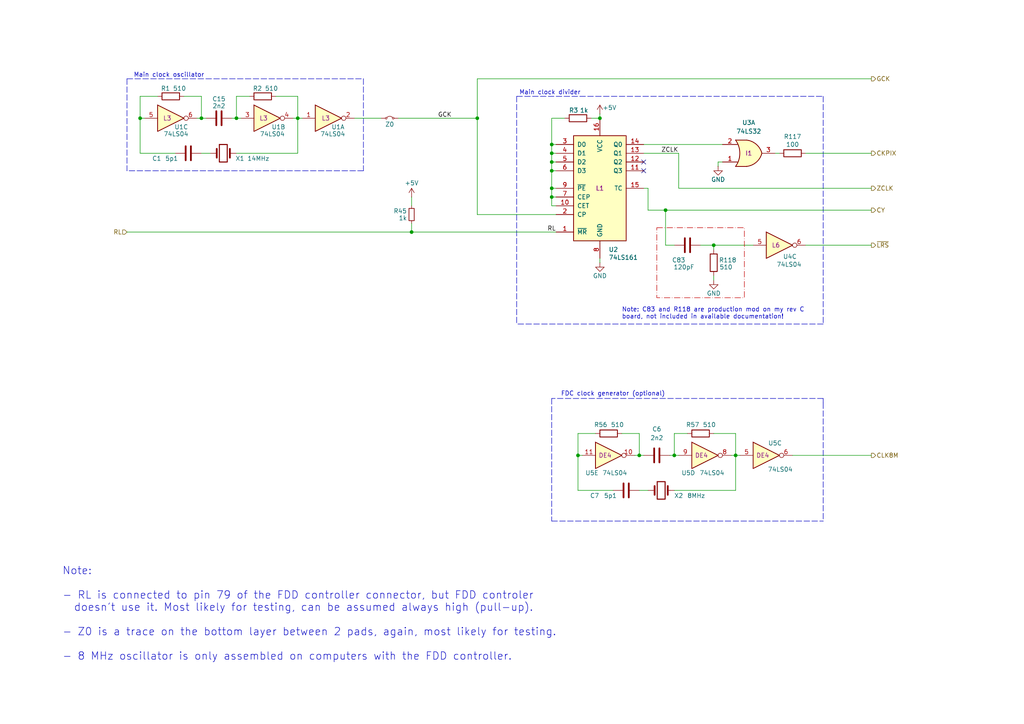
<source format=kicad_sch>
(kicad_sch (version 20250114) (generator "eeschema") (generator_version "9.0")
  (paper "A4")
  (title_block (title "Elwro 800 Junior Rev C - clock generators") (company "Przemysław Węgrzyn <pwegrzyn@codepainters.com>"))
  (lib_symbols
    (symbol "74xx:74LS04"
      (property "Reference" "U" (at 0 1.27 0))
      (property "Value" "74LS04" (at 0 -1.27 0))
      (symbol "74LS04_1_0"
        (polyline (pts (xy -3.81 3.81) (xy -3.81 -3.81) (xy 3.81 0) (xy -3.81 3.81)) (stroke (width 0.254)) (fill (type background)))
        (pin input line (at -7.62 0 0) (length 3.81) (name "~") (number "1"))
        (pin output inverted (at 7.62 0 180) (length 3.81) (name "~") (number "2"))
      )
      (symbol "74LS04_2_0"
        (polyline (pts (xy -3.81 3.81) (xy -3.81 -3.81) (xy 3.81 0) (xy -3.81 3.81)) (stroke (width 0.254)) (fill (type background)))
        (pin input line (at -7.62 0 0) (length 3.81) (name "~") (number "3"))
        (pin output inverted (at 7.62 0 180) (length 3.81) (name "~") (number "4"))
      )
      (symbol "74LS04_3_0"
        (polyline (pts (xy -3.81 3.81) (xy -3.81 -3.81) (xy 3.81 0) (xy -3.81 3.81)) (stroke (width 0.254)) (fill (type background)))
        (pin input line (at -7.62 0 0) (length 3.81) (name "~") (number "5"))
        (pin output inverted (at 7.62 0 180) (length 3.81) (name "~") (number "6"))
      )
      (symbol "74LS04_4_0"
        (polyline (pts (xy -3.81 3.81) (xy -3.81 -3.81) (xy 3.81 0) (xy -3.81 3.81)) (stroke (width 0.254)) (fill (type background)))
        (pin input line (at -7.62 0 0) (length 3.81) (name "~") (number "9"))
        (pin output inverted (at 7.62 0 180) (length 3.81) (name "~") (number "8"))
      )
      (symbol "74LS04_5_0"
        (polyline (pts (xy -3.81 3.81) (xy -3.81 -3.81) (xy 3.81 0) (xy -3.81 3.81)) (stroke (width 0.254)) (fill (type background)))
        (pin input line (at -7.62 0 0) (length 3.81) (name "~") (number "11"))
        (pin output inverted (at 7.62 0 180) (length 3.81) (name "~") (number "10"))
      )
      (symbol "74LS04_6_0"
        (polyline (pts (xy -3.81 3.81) (xy -3.81 -3.81) (xy 3.81 0) (xy -3.81 3.81)) (stroke (width 0.254)) (fill (type background)))
        (pin input line (at -7.62 0 0) (length 3.81) (name "~") (number "13"))
        (pin output inverted (at 7.62 0 180) (length 3.81) (name "~") (number "12"))
      )
      (symbol "74LS04_7_0"
        (pin power_in line (at 0 12.7 270) (length 5.08) (name "VCC") (number "14"))
        (pin power_in line (at 0 -12.7 90) (length 5.08) (name "GND") (number "7"))
      )
      (symbol "74LS04_7_1"
        (rectangle (start -5.08 7.62) (end 5.08 -7.62) (stroke (width 0.254)) (fill (type background)))
      )
    )
    (symbol "74xx:74LS161" (pin_names (offset 1.016))
      (property "Reference" "U" (at -7.62 16.51 0))
      (property "Value" "74LS161" (at -7.62 -16.51 0))
      (symbol "74LS161_1_0"
        (pin input line (at -12.7 12.7 0) (length 5.08) (name "D0") (number "3"))
        (pin input line (at -12.7 10.16 0) (length 5.08) (name "D1") (number "4"))
        (pin input line (at -12.7 7.62 0) (length 5.08) (name "D2") (number "5"))
        (pin input line (at -12.7 5.08 0) (length 5.08) (name "D3") (number "6"))
        (pin input line (at -12.7 0 0) (length 5.08) (name "~{PE}") (number "9"))
        (pin input line (at -12.7 -2.54 0) (length 5.08) (name "CEP") (number "7"))
        (pin input line (at -12.7 -5.08 0) (length 5.08) (name "CET") (number "10"))
        (pin input line (at -12.7 -7.62 0) (length 5.08) (name "CP") (number "2"))
        (pin input line (at -12.7 -12.7 0) (length 5.08) (name "~{MR}") (number "1"))
        (pin power_in line (at 0 20.32 270) (length 5.08) (name "VCC") (number "16"))
        (pin power_in line (at 0 -20.32 90) (length 5.08) (name "GND") (number "8"))
        (pin output line (at 12.7 12.7 180) (length 5.08) (name "Q0") (number "14"))
        (pin output line (at 12.7 10.16 180) (length 5.08) (name "Q1") (number "13"))
        (pin output line (at 12.7 7.62 180) (length 5.08) (name "Q2") (number "12"))
        (pin output line (at 12.7 5.08 180) (length 5.08) (name "Q3") (number "11"))
        (pin output line (at 12.7 0 180) (length 5.08) (name "TC") (number "15"))
      )
      (symbol "74LS161_1_1"
        (rectangle (start -7.62 15.24) (end 7.62 -15.24) (stroke (width 0.254)) (fill (type background)))
      )
    )
    (symbol "74xx:74LS32" (pin_names (offset 1.016))
      (property "Reference" "U" (at 0 1.27 0))
      (property "Value" "74LS32" (at 0 -1.27 0))
      (symbol "74LS32_1_1"
        (arc (start -3.81 3.81) (mid -2.589 0) (end -3.81 -3.81) (stroke (width 0.254)))
        (polyline (pts (xy -3.81 3.81) (xy -0.635 3.81)) (stroke (width 0.254)) (fill (type background)))
        (polyline (pts (xy -3.81 -3.81) (xy -0.635 -3.81)) (stroke (width 0.254)) (fill (type background)))
        (arc (start 3.81 0) (mid 2.1855 -2.584) (end -0.6096 -3.81) (stroke (width 0.254)) (fill (type background)))
        (arc (start -0.6096 3.81) (mid 2.1928 2.5924) (end 3.81 0) (stroke (width 0.254)) (fill (type background)))
        (polyline (pts (xy -0.635 3.81) (xy -3.81 3.81) (xy -3.81 3.81) (xy -3.556 3.4036) (xy -3.0226 2.2606) (xy -2.6924 1.0414) (xy -2.6162 -0.254) (xy -2.7686 -1.4986) (xy -3.175 -2.7178) (xy -3.81 -3.81) (xy -3.81 -3.81) (xy -0.635 -3.81)) (stroke (width -25.4)) (fill (type background)))
        (pin input line (at -7.62 2.54 0) (length 4.318) (name "~") (number "1"))
        (pin input line (at -7.62 -2.54 0) (length 4.318) (name "~") (number "2"))
        (pin output line (at 7.62 0 180) (length 3.81) (name "~") (number "3"))
      )
      (symbol "74LS32_1_2"
        (arc (start 0 3.81) (mid 3.7934 0) (end 0 -3.81) (stroke (width 0.254)) (fill (type background)))
        (polyline (pts (xy 0 3.81) (xy -3.81 3.81) (xy -3.81 -3.81) (xy 0 -3.81)) (stroke (width 0.254)) (fill (type background)))
        (pin input inverted (at -7.62 2.54 0) (length 3.81) (name "~") (number "1"))
        (pin input inverted (at -7.62 -2.54 0) (length 3.81) (name "~") (number "2"))
        (pin output inverted (at 7.62 0 180) (length 3.81) (name "~") (number "3"))
      )
      (symbol "74LS32_2_1"
        (arc (start -3.81 3.81) (mid -2.589 0) (end -3.81 -3.81) (stroke (width 0.254)))
        (polyline (pts (xy -3.81 3.81) (xy -0.635 3.81)) (stroke (width 0.254)) (fill (type background)))
        (polyline (pts (xy -3.81 -3.81) (xy -0.635 -3.81)) (stroke (width 0.254)) (fill (type background)))
        (arc (start 3.81 0) (mid 2.1855 -2.584) (end -0.6096 -3.81) (stroke (width 0.254)) (fill (type background)))
        (arc (start -0.6096 3.81) (mid 2.1928 2.5924) (end 3.81 0) (stroke (width 0.254)) (fill (type background)))
        (polyline (pts (xy -0.635 3.81) (xy -3.81 3.81) (xy -3.81 3.81) (xy -3.556 3.4036) (xy -3.0226 2.2606) (xy -2.6924 1.0414) (xy -2.6162 -0.254) (xy -2.7686 -1.4986) (xy -3.175 -2.7178) (xy -3.81 -3.81) (xy -3.81 -3.81) (xy -0.635 -3.81)) (stroke (width -25.4)) (fill (type background)))
        (pin input line (at -7.62 2.54 0) (length 4.318) (name "~") (number "4"))
        (pin input line (at -7.62 -2.54 0) (length 4.318) (name "~") (number "5"))
        (pin output line (at 7.62 0 180) (length 3.81) (name "~") (number "6"))
      )
      (symbol "74LS32_2_2"
        (arc (start 0 3.81) (mid 3.7934 0) (end 0 -3.81) (stroke (width 0.254)) (fill (type background)))
        (polyline (pts (xy 0 3.81) (xy -3.81 3.81) (xy -3.81 -3.81) (xy 0 -3.81)) (stroke (width 0.254)) (fill (type background)))
        (pin input inverted (at -7.62 2.54 0) (length 3.81) (name "~") (number "4"))
        (pin input inverted (at -7.62 -2.54 0) (length 3.81) (name "~") (number "5"))
        (pin output inverted (at 7.62 0 180) (length 3.81) (name "~") (number "6"))
      )
      (symbol "74LS32_3_1"
        (arc (start -3.81 3.81) (mid -2.589 0) (end -3.81 -3.81) (stroke (width 0.254)))
        (polyline (pts (xy -3.81 3.81) (xy -0.635 3.81)) (stroke (width 0.254)) (fill (type background)))
        (polyline (pts (xy -3.81 -3.81) (xy -0.635 -3.81)) (stroke (width 0.254)) (fill (type background)))
        (arc (start 3.81 0) (mid 2.1855 -2.584) (end -0.6096 -3.81) (stroke (width 0.254)) (fill (type background)))
        (arc (start -0.6096 3.81) (mid 2.1928 2.5924) (end 3.81 0) (stroke (width 0.254)) (fill (type background)))
        (polyline (pts (xy -0.635 3.81) (xy -3.81 3.81) (xy -3.81 3.81) (xy -3.556 3.4036) (xy -3.0226 2.2606) (xy -2.6924 1.0414) (xy -2.6162 -0.254) (xy -2.7686 -1.4986) (xy -3.175 -2.7178) (xy -3.81 -3.81) (xy -3.81 -3.81) (xy -0.635 -3.81)) (stroke (width -25.4)) (fill (type background)))
        (pin input line (at -7.62 2.54 0) (length 4.318) (name "~") (number "9"))
        (pin input line (at -7.62 -2.54 0) (length 4.318) (name "~") (number "10"))
        (pin output line (at 7.62 0 180) (length 3.81) (name "~") (number "8"))
      )
      (symbol "74LS32_3_2"
        (arc (start 0 3.81) (mid 3.7934 0) (end 0 -3.81) (stroke (width 0.254)) (fill (type background)))
        (polyline (pts (xy 0 3.81) (xy -3.81 3.81) (xy -3.81 -3.81) (xy 0 -3.81)) (stroke (width 0.254)) (fill (type background)))
        (pin input inverted (at -7.62 2.54 0) (length 3.81) (name "~") (number "9"))
        (pin input inverted (at -7.62 -2.54 0) (length 3.81) (name "~") (number "10"))
        (pin output inverted (at 7.62 0 180) (length 3.81) (name "~") (number "8"))
      )
      (symbol "74LS32_4_1"
        (arc (start -3.81 3.81) (mid -2.589 0) (end -3.81 -3.81) (stroke (width 0.254)))
        (polyline (pts (xy -3.81 3.81) (xy -0.635 3.81)) (stroke (width 0.254)) (fill (type background)))
        (polyline (pts (xy -3.81 -3.81) (xy -0.635 -3.81)) (stroke (width 0.254)) (fill (type background)))
        (arc (start 3.81 0) (mid 2.1855 -2.584) (end -0.6096 -3.81) (stroke (width 0.254)) (fill (type background)))
        (arc (start -0.6096 3.81) (mid 2.1928 2.5924) (end 3.81 0) (stroke (width 0.254)) (fill (type background)))
        (polyline (pts (xy -0.635 3.81) (xy -3.81 3.81) (xy -3.81 3.81) (xy -3.556 3.4036) (xy -3.0226 2.2606) (xy -2.6924 1.0414) (xy -2.6162 -0.254) (xy -2.7686 -1.4986) (xy -3.175 -2.7178) (xy -3.81 -3.81) (xy -3.81 -3.81) (xy -0.635 -3.81)) (stroke (width -25.4)) (fill (type background)))
        (pin input line (at -7.62 2.54 0) (length 4.318) (name "~") (number "12"))
        (pin input line (at -7.62 -2.54 0) (length 4.318) (name "~") (number "13"))
        (pin output line (at 7.62 0 180) (length 3.81) (name "~") (number "11"))
      )
      (symbol "74LS32_4_2"
        (arc (start 0 3.81) (mid 3.7934 0) (end 0 -3.81) (stroke (width 0.254)) (fill (type background)))
        (polyline (pts (xy 0 3.81) (xy -3.81 3.81) (xy -3.81 -3.81) (xy 0 -3.81)) (stroke (width 0.254)) (fill (type background)))
        (pin input inverted (at -7.62 2.54 0) (length 3.81) (name "~") (number "12"))
        (pin input inverted (at -7.62 -2.54 0) (length 3.81) (name "~") (number "13"))
        (pin output inverted (at 7.62 0 180) (length 3.81) (name "~") (number "11"))
      )
      (symbol "74LS32_5_0"
        (pin power_in line (at 0 12.7 270) (length 5.08) (name "VCC") (number "14"))
        (pin power_in line (at 0 -12.7 90) (length 5.08) (name "GND") (number "7"))
      )
      (symbol "74LS32_5_1"
        (rectangle (start -5.08 7.62) (end 5.08 -7.62) (stroke (width 0.254)) (fill (type background)))
      )
    )
    (symbol "Device:C" (pin_numbers (hide yes)) (pin_names (offset 0.254))
      (property "Reference" "C" (at 0.635 2.54 0))
      (property "Value" "C" (at 0.635 -2.54 0))
      (symbol "C_0_1"
        (polyline (pts (xy -2.032 0.762) (xy 2.032 0.762)) (stroke (width 0.508)))
        (polyline (pts (xy -2.032 -0.762) (xy 2.032 -0.762)) (stroke (width 0.508)))
      )
      (symbol "C_1_1"
        (pin passive line (at 0 3.81 270) (length 2.794) (name "~") (number "1"))
        (pin passive line (at 0 -3.81 90) (length 2.794) (name "~") (number "2"))
      )
    )
    (symbol "Device:Crystal" (pin_numbers (hide yes)) (pin_names (offset 1.016) (hide yes))
      (property "Reference" "Y" (at 0 3.81 0))
      (property "Value" "Crystal" (at 0 -3.81 0))
      (symbol "Crystal_0_1"
        (polyline (pts (xy -2.54 0) (xy -1.905 0)))
        (polyline (pts (xy -1.905 -1.27) (xy -1.905 1.27)) (stroke (width 0.508)))
        (rectangle (start -1.143 2.54) (end 1.143 -2.54) (stroke (width 0.3048)))
        (polyline (pts (xy 1.905 -1.27) (xy 1.905 1.27)) (stroke (width 0.508)))
        (polyline (pts (xy 2.54 0) (xy 1.905 0)))
      )
      (symbol "Crystal_1_1"
        (pin passive line (at -3.81 0 0) (length 1.27) (name "1") (number "1"))
        (pin passive line (at 3.81 0 180) (length 1.27) (name "2") (number "2"))
      )
    )
    (symbol "Device:R" (pin_numbers (hide yes)) (pin_names (offset 0))
      (property "Reference" "R" (at 2.032 0 90))
      (property "Value" "R" (at 0 0 90))
      (symbol "R_0_1"
        (rectangle (start -1.016 -2.54) (end 1.016 2.54) (stroke (width 0.254)))
      )
      (symbol "R_1_1"
        (pin passive line (at 0 3.81 270) (length 1.27) (name "~") (number "1"))
        (pin passive line (at 0 -3.81 90) (length 1.27) (name "~") (number "2"))
      )
    )
    (symbol "Device:R_Small" (pin_numbers (hide yes)) (pin_names (offset 0.254) (hide yes))
      (property "Reference" "R" (at 0.762 0.508 0))
      (property "Value" "R_Small" (at 0.762 -1.016 0))
      (symbol "R_Small_0_1"
        (rectangle (start -0.762 1.778) (end 0.762 -1.778) (stroke (width 0.2032)))
      )
      (symbol "R_Small_1_1"
        (pin passive line (at 0 2.54 270) (length 0.762) (name "~") (number "1"))
        (pin passive line (at 0 -2.54 90) (length 0.762) (name "~") (number "2"))
      )
    )
    (symbol "Jumper:Jumper_2_Small_Bridged" (pin_numbers (hide yes)) (pin_names (offset 0) (hide yes)) (exclude_from_sim yes)
      (property "Reference" "JP" (at 0 2.032 0))
      (property "Value" "Jumper_2_Small_Bridged" (at 0 -2.286 0))
      (symbol "Jumper_2_Small_Bridged_0_0"
        (circle (center -1.016 0) (radius 0.254))
        (circle (center 1.016 0) (radius 0.254))
      )
      (symbol "Jumper_2_Small_Bridged_0_1"
        (arc (start -0.762 0.254) (mid 0 0.5696) (end 0.762 0.254))
      )
      (symbol "Jumper_2_Small_Bridged_1_1"
        (pin passive line (at -2.54 0 0) (length 1.27) (name "A") (number "1"))
        (pin passive line (at 2.54 0 180) (length 1.27) (name "B") (number "2"))
      )
    )
    (symbol "power:+5V" (power) (pin_numbers (hide yes)) (pin_names (offset 0) (hide yes))
      (property "Value" "+5V" (at 0 3.556 0))
      (symbol "+5V_0_1"
        (polyline (pts (xy -0.762 1.27) (xy 0 2.54)))
        (polyline (pts (xy 0 2.54) (xy 0.762 1.27)))
        (polyline (pts (xy 0 0) (xy 0 2.54)))
      )
      (symbol "+5V_1_1"
        (pin power_in line (at 0 0 90) (length 0) (name "~") (number "1"))
      )
    )
    (symbol "power:GND" (power) (pin_numbers (hide yes)) (pin_names (offset 0) (hide yes))
      (property "Value" "GND" (at 0 -3.81 0))
      (symbol "GND_0_1"
        (polyline (pts (xy 0 0) (xy 0 -1.27) (xy 1.27 -1.27) (xy 0 -2.54) (xy -1.27 -1.27) (xy 0 -1.27)))
      )
      (symbol "GND_1_1"
        (pin power_in line (at 0 0 270) (length 0) (name "~") (number "1"))
      )
    )
  )
  (rectangle (start 190.5 66.04) (end 215.9 86.36) (stroke (width 0) (type dash_dot) (color 194 0 0 1)))
  (text "FDC clock generator (optional)" (at 177.8 114.3 0) (effects (font (size 1.27 1.27))))
  (text "Main clock oscillator" (at 49.022 21.844 0) (effects (font (size 1.27 1.27))))
  (text "Note: C83 and R118 are production mod on my rev C \nboard, not included in available documentation!" (at 180.34 90.932 0) (effects (font (size 1.27 1.27)) (justify left)))
  (text "Note:\n\n- RL is connected to pin 79 of the FDD controller connector, but FDD controler\n  doesn't use it. Most likely for testing, can be assumed always high (pull-up).\n\n- Z0 is a trace on the bottom layer between 2 pads, again, most likely for testing.\n\n- 8 MHz oscillator is only assembled on computers with the FDD controller.\n  \n  " (at 18.034 181.61 0) (effects (font (size 2.2 2.2)) (justify left)))
  (text "Main clock divider" (at 159.512 26.924 0) (effects (font (size 1.27 1.27))))
  (junction (at 160.02 54.61))
  (junction (at 160.02 57.15))
  (junction (at 160.02 44.45))
  (junction (at 58.42 34.29))
  (junction (at 195.58 132.08))
  (junction (at 160.02 41.91))
  (junction (at 207.01 71.12))
  (junction (at 167.64 132.08))
  (junction (at 173.99 34.29))
  (junction (at 185.42 132.08))
  (junction (at 40.64 34.29))
  (junction (at 86.36 34.29))
  (junction (at 160.02 46.99))
  (junction (at 119.38 67.31))
  (junction (at 193.04 60.96))
  (junction (at 213.36 132.08))
  (junction (at 160.02 49.53))
  (junction (at 138.43 34.29))
  (junction (at 68.58 34.29))
  (no_connect (at 186.69 49.53))
  (no_connect (at 186.69 46.99))
  (wire (pts (xy 195.58 125.73) (xy 199.39 125.73)))
  (wire (pts (xy 208.28 46.99) (xy 209.55 46.99)))
  (wire (pts (xy 193.04 71.12) (xy 193.04 60.96)))
  (polyline (pts (xy 160.02 115.57) (xy 160.02 151.13)) (stroke (width 0) (type dash)))
  (wire (pts (xy 160.02 54.61) (xy 160.02 49.53)))
  (polyline (pts (xy 36.83 22.86) (xy 105.41 22.86)) (stroke (width 0) (type dash)))
  (wire (pts (xy 187.96 60.96) (xy 187.96 54.61)))
  (wire (pts (xy 160.02 57.15) (xy 160.02 54.61)))
  (wire (pts (xy 233.68 44.45) (xy 252.73 44.45)))
  (polyline (pts (xy 105.41 22.86) (xy 105.41 49.53)) (stroke (width 0) (type dash)))
  (wire (pts (xy 195.58 132.08) (xy 196.85 132.08)))
  (wire (pts (xy 138.43 22.86) (xy 138.43 34.29)))
  (polyline (pts (xy 238.76 93.98) (xy 149.86 93.98)) (stroke (width 0) (type dash)))
  (wire (pts (xy 115.57 34.29) (xy 138.43 34.29)))
  (wire (pts (xy 119.38 67.31) (xy 36.83 67.31)))
  (wire (pts (xy 40.64 27.94) (xy 45.72 27.94)))
  (wire (pts (xy 86.36 34.29) (xy 87.63 34.29)))
  (wire (pts (xy 68.58 34.29) (xy 69.85 34.29)))
  (polyline (pts (xy 238.76 27.94) (xy 238.76 93.98)) (stroke (width 0) (type dash)))
  (wire (pts (xy 213.36 125.73) (xy 213.36 132.08)))
  (wire (pts (xy 58.42 27.94) (xy 58.42 34.29)))
  (wire (pts (xy 58.42 44.45) (xy 60.96 44.45)))
  (wire (pts (xy 186.69 41.91) (xy 209.55 41.91)))
  (wire (pts (xy 86.36 27.94) (xy 86.36 34.29)))
  (wire (pts (xy 187.96 54.61) (xy 186.69 54.61)))
  (wire (pts (xy 173.99 74.93) (xy 173.99 76.2)))
  (wire (pts (xy 193.04 60.96) (xy 252.73 60.96)))
  (wire (pts (xy 160.02 34.29) (xy 160.02 41.91)))
  (wire (pts (xy 68.58 44.45) (xy 86.36 44.45)))
  (polyline (pts (xy 149.86 27.94) (xy 238.76 27.94)) (stroke (width 0) (type dash)))
  (polyline (pts (xy 238.76 115.57) (xy 160.02 115.57)) (stroke (width 0) (type dash)))
  (wire (pts (xy 86.36 44.45) (xy 86.36 34.29)))
  (wire (pts (xy 167.64 142.24) (xy 167.64 132.08)))
  (wire (pts (xy 185.42 132.08) (xy 184.15 132.08)))
  (polyline (pts (xy 238.76 116.84) (xy 238.76 115.57)))
  (wire (pts (xy 67.31 34.29) (xy 68.58 34.29)))
  (wire (pts (xy 196.85 44.45) (xy 186.69 44.45)))
  (wire (pts (xy 167.64 125.73) (xy 172.72 125.73)))
  (polyline (pts (xy 36.83 22.86) (xy 36.83 49.53)) (stroke (width 0) (type dash)))
  (wire (pts (xy 208.28 48.26) (xy 208.28 46.99)))
  (wire (pts (xy 185.42 132.08) (xy 186.69 132.08)))
  (wire (pts (xy 163.83 34.29) (xy 160.02 34.29)))
  (wire (pts (xy 177.8 142.24) (xy 167.64 142.24)))
  (wire (pts (xy 194.31 132.08) (xy 195.58 132.08)))
  (wire (pts (xy 207.01 125.73) (xy 213.36 125.73)))
  (wire (pts (xy 160.02 57.15) (xy 161.29 57.15)))
  (wire (pts (xy 213.36 132.08) (xy 214.63 132.08)))
  (wire (pts (xy 138.43 62.23) (xy 161.29 62.23)))
  (wire (pts (xy 160.02 46.99) (xy 161.29 46.99)))
  (polyline (pts (xy 160.02 151.13) (xy 238.76 151.13)) (stroke (width 0) (type dash)))
  (wire (pts (xy 138.43 22.86) (xy 252.73 22.86)))
  (wire (pts (xy 196.85 54.61) (xy 196.85 44.45)))
  (wire (pts (xy 119.38 67.31) (xy 161.29 67.31)))
  (wire (pts (xy 195.58 71.12) (xy 193.04 71.12)))
  (wire (pts (xy 196.85 54.61) (xy 252.73 54.61)))
  (wire (pts (xy 167.64 132.08) (xy 167.64 125.73)))
  (wire (pts (xy 224.79 44.45) (xy 226.06 44.45)))
  (wire (pts (xy 195.58 142.24) (xy 213.36 142.24)))
  (wire (pts (xy 171.45 34.29) (xy 173.99 34.29)))
  (wire (pts (xy 207.01 71.12) (xy 218.44 71.12)))
  (polyline (pts (xy 149.86 27.94) (xy 149.86 93.98)) (stroke (width 0) (type dash)))
  (polyline (pts (xy 105.41 49.53) (xy 36.83 49.53)) (stroke (width 0) (type dash)))
  (wire (pts (xy 40.64 34.29) (xy 41.91 34.29)))
  (wire (pts (xy 173.99 33.02) (xy 173.99 34.29)))
  (wire (pts (xy 160.02 59.69) (xy 160.02 57.15)))
  (wire (pts (xy 58.42 34.29) (xy 57.15 34.29)))
  (wire (pts (xy 119.38 67.31) (xy 119.38 64.77)))
  (polyline (pts (xy 238.76 116.84) (xy 238.76 151.13)) (stroke (width 0) (type dash)))
  (wire (pts (xy 86.36 34.29) (xy 85.09 34.29)))
  (wire (pts (xy 160.02 44.45) (xy 161.29 44.45)))
  (wire (pts (xy 229.87 132.08) (xy 252.73 132.08)))
  (wire (pts (xy 195.58 132.08) (xy 195.58 125.73)))
  (wire (pts (xy 185.42 125.73) (xy 185.42 132.08)))
  (wire (pts (xy 167.64 132.08) (xy 168.91 132.08)))
  (wire (pts (xy 187.96 60.96) (xy 193.04 60.96)))
  (wire (pts (xy 53.34 27.94) (xy 58.42 27.94)))
  (wire (pts (xy 180.34 125.73) (xy 185.42 125.73)))
  (wire (pts (xy 185.42 142.24) (xy 187.96 142.24)))
  (wire (pts (xy 40.64 44.45) (xy 40.64 34.29)))
  (wire (pts (xy 68.58 27.94) (xy 72.39 27.94)))
  (wire (pts (xy 160.02 41.91) (xy 160.02 44.45)))
  (wire (pts (xy 80.01 27.94) (xy 86.36 27.94)))
  (wire (pts (xy 161.29 59.69) (xy 160.02 59.69)))
  (wire (pts (xy 203.2 71.12) (xy 207.01 71.12)))
  (wire (pts (xy 213.36 142.24) (xy 213.36 132.08)))
  (wire (pts (xy 102.87 34.29) (xy 110.49 34.29)))
  (wire (pts (xy 213.36 132.08) (xy 212.09 132.08)))
  (wire (pts (xy 119.38 59.69) (xy 119.38 57.15)))
  (wire (pts (xy 233.68 71.12) (xy 252.73 71.12)))
  (wire (pts (xy 160.02 44.45) (xy 160.02 46.99)))
  (wire (pts (xy 207.01 80.01) (xy 207.01 81.28)))
  (wire (pts (xy 40.64 34.29) (xy 40.64 27.94)))
  (wire (pts (xy 160.02 46.99) (xy 160.02 49.53)))
  (wire (pts (xy 161.29 41.91) (xy 160.02 41.91)))
  (wire (pts (xy 161.29 54.61) (xy 160.02 54.61)))
  (wire (pts (xy 58.42 34.29) (xy 59.69 34.29)))
  (wire (pts (xy 138.43 34.29) (xy 138.43 62.23)))
  (wire (pts (xy 160.02 49.53) (xy 161.29 49.53)))
  (wire (pts (xy 207.01 71.12) (xy 207.01 72.39)))
  (wire (pts (xy 68.58 34.29) (xy 68.58 27.94)))
  (wire (pts (xy 50.8 44.45) (xy 40.64 44.45)))
  (label "RL" (at 158.75 67.31 0))
  (label "GCK" (at 127 34.29 0))
  (label "ZCLK" (at 191.77 44.45 0))
  (hierarchical_label "GCK" (shape output) (at 252.73 22.86 0))
  (hierarchical_label "ZCLK" (shape output) (at 252.73 54.61 0))
  (hierarchical_label "CLK8M" (shape output) (at 252.73 132.08 0))
  (hierarchical_label "CY" (shape output) (at 252.73 60.96 0))
  (hierarchical_label "CKPIX" (shape output) (at 252.73 44.45 0))
  (hierarchical_label "~{LRS}" (shape output) (at 252.73 71.12 0))
  (hierarchical_label "RL" (shape input) (at 36.83 67.31 180))
  (symbol (lib_id "power:+5V") (at 119.38 57.15 0) (unit 1)
    (property "Reference" "#PWR0185" (effects (hide yes)))
    (property "Value" "+5V" (at 117.348 53.086 0) (effects (justify left)))
    (property "Description" "Power symbol creates a global label with name \"+5V\"" (effects (hide yes)))
  )
  (symbol (lib_id "74xx:74LS04") (at 176.53 132.08 0) (unit 5)
    (property "Reference" "U5" (at 171.704 137.16 0))
    (property "Value" "74LS04" (at 178.308 137.16 0))
    (property "Footprint" "e800j_custom:DIP14_300" (effects (hide yes)))
    (property "Datasheet" "http://www.ti.com/lit/gpn/sn74LS04" (effects (hide yes)))
    (property "Description" "Hex Inverter" (effects (hide yes)))
    (property "OrigRef" "DE4" (at 175.514 132.08 0))
    (property "OrigType" "UCY74LS04N" (effects (hide yes)))
  )
  (symbol (lib_id "Device:R") (at 167.64 34.29 270) (unit 1)
    (property "Reference" "R3" (at 166.37 32.004 90))
    (property "Value" "1k" (at 169.418 32.004 90))
    (property "Footprint" "e800j_custom:r_400" (effects (hide yes)))
    (property "Description" "Resistor" (effects (hide yes)))
  )
  (symbol (lib_id "Jumper:Jumper_2_Small_Bridged") (at 113.03 34.29 0) (unit 1) (in_bom no)
    (property "Reference" "Z0" (at 113.03 36.068 0))
    (property "Value" "Jumper_2_Small_Bridged" (effects (hide yes)))
    (property "Footprint" "e800j_custom:jmp_100_nc_b" (effects (hide yes)))
    (property "Description" "Jumper, 2-pole, small symbol, bridged" (effects (hide yes)))
  )
  (symbol (lib_id "74xx:74LS161") (at 173.99 54.61 0) (unit 1)
    (property "Reference" "U2" (at 176.53 72.39 0) (effects (justify left)))
    (property "Value" "74LS161" (at 176.53 74.676 0) (effects (justify left)))
    (property "Footprint" "e800j_custom:DIP16_300" (effects (hide yes)))
    (property "Datasheet" "http://www.ti.com/lit/gpn/sn74LS161" (effects (hide yes)))
    (property "Description" "Synchronous 4-bit programmable binary Counter" (effects (hide yes)))
    (property "OrigRef" "L1" (at 173.99 54.61 0))
    (property "OrigType" "К555ИЕ10" (effects (hide yes)))
  )
  (symbol (lib_id "Device:R") (at 76.2 27.94 270) (unit 1)
    (property "Reference" "R2" (at 74.676 25.654 90))
    (property "Value" "510" (at 78.74 25.654 90))
    (property "Footprint" "e800j_custom:r_400" (effects (hide yes)))
    (property "Description" "Resistor" (effects (hide yes)))
    (property "OrigValue" "511" (effects (hide yes)))
  )
  (symbol (lib_id "Device:C") (at 63.5 34.29 270) (unit 1)
    (property "Reference" "C15" (at 63.5 28.702 90))
    (property "Value" "2n2" (at 63.5 30.734 90))
    (property "Footprint" "e800j_custom:c_100" (effects (hide yes)))
    (property "Description" "Unpolarized capacitor" (effects (hide yes)))
  )
  (symbol (lib_id "power:GND") (at 208.28 48.26 0) (unit 1)
    (property "Reference" "#PWR03" (effects (hide yes)))
    (property "Value" "GND" (at 208.28 52.07 0))
    (property "Description" "Power symbol creates a global label with name \"GND\" , ground" (effects (hide yes)))
  )
  (symbol (lib_id "Device:R_Small") (at 119.38 62.23 180) (unit 1)
    (property "Reference" "R45" (at 116.078 61.214 0))
    (property "Value" "1k" (at 116.84 63.246 0))
    (property "Footprint" "e800j_custom:r_400" (effects (hide yes)))
    (property "Description" "Resistor, small symbol" (effects (hide yes)))
  )
  (symbol (lib_id "74xx:74LS04") (at 222.25 132.08 0) (unit 3)
    (property "Reference" "U5" (at 224.79 128.524 0))
    (property "Value" "74LS04" (at 226.314 136.144 0))
    (property "Footprint" "e800j_custom:DIP14_300" (effects (hide yes)))
    (property "Datasheet" "http://www.ti.com/lit/gpn/sn74LS04" (effects (hide yes)))
    (property "Description" "Hex Inverter" (effects (hide yes)))
    (property "OrigRef" "DE4" (at 221.234 132.08 0))
    (property "OrigType" "UCY74LS04N" (effects (hide yes)))
  )
  (symbol (lib_id "Device:C") (at 190.5 132.08 270) (unit 1)
    (property "Reference" "C6" (at 190.5 124.46 90))
    (property "Value" "2n2" (at 190.5 127 90))
    (property "Footprint" "e800j_custom:c_100" (effects (hide yes)))
    (property "Description" "Unpolarized capacitor" (effects (hide yes)))
  )
  (symbol (lib_id "74xx:74LS04") (at 77.47 34.29 0) (unit 2)
    (property "Reference" "U1" (at 80.772 36.83 0))
    (property "Value" "74LS04" (at 78.994 38.862 0))
    (property "Footprint" "e800j_custom:DIP14_300" (effects (hide yes)))
    (property "Datasheet" "http://www.ti.com/lit/gpn/sn74LS04" (effects (hide yes)))
    (property "Description" "Hex Inverter" (effects (hide yes)))
    (property "OrigRef" "L3" (at 76.454 34.29 0))
    (property "OrigType" "UCY74LS04N" (effects (hide yes)))
  )
  (symbol (lib_id "Device:C") (at 54.61 44.45 90) (unit 1)
    (property "Reference" "C1" (at 45.466 45.974 90))
    (property "Value" "5p1" (at 49.784 45.974 90))
    (property "Footprint" "e800j_custom:c_200" (effects (hide yes)))
    (property "Description" "Unpolarized capacitor" (effects (hide yes)))
  )
  (symbol (lib_id "74xx:74LS32") (at 217.17 44.45 0) (mirror x) (unit 1)
    (property "Reference" "U3" (at 217.17 35.56 0))
    (property "Value" "74LS32" (at 217.17 38.1 0))
    (property "Footprint" "e800j_custom:DIP14_300" (effects (hide yes)))
    (property "Datasheet" "http://www.ti.com/lit/gpn/sn74LS32" (effects (hide yes)))
    (property "Description" "Quad 2-input OR" (effects (hide yes)))
    (property "OrigRef" "I1" (at 217.17 44.45 0))
    (property "OrigType" "UCY74LS32N" (effects (hide yes)))
  )
  (symbol (lib_id "power:GND") (at 207.01 81.28 0) (unit 1)
    (property "Reference" "#PWR0100" (effects (hide yes)))
    (property "Value" "GND" (at 207.01 85.09 0))
    (property "Description" "Power symbol creates a global label with name \"GND\" , ground" (effects (hide yes)))
  )
  (symbol (lib_id "Device:R") (at 49.53 27.94 270) (unit 1)
    (property "Reference" "R1" (at 48.006 25.654 90))
    (property "Value" "510" (at 52.07 25.654 90))
    (property "Footprint" "e800j_custom:r_400" (effects (hide yes)))
    (property "Description" "Resistor" (effects (hide yes)))
    (property "OrigValue" "511" (effects (hide yes)))
  )
  (symbol (lib_id "Device:R") (at 207.01 76.2 0) (unit 1) (on_board no)
    (property "Reference" "R118" (at 211.074 75.438 0))
    (property "Value" "510" (at 210.566 77.47 0))
    (property "Footprint" "e800j_custom:r_400" (effects (hide yes)))
    (property "Description" "Resistor" (effects (hide yes)))
    (property "OrigValue" "511" (effects (hide yes)))
  )
  (symbol (lib_id "Device:C") (at 181.61 142.24 90) (unit 1)
    (property "Reference" "C7" (at 172.466 143.764 90))
    (property "Value" "5p1" (at 177.038 143.764 90))
    (property "Footprint" "e800j_custom:c_200" (effects (hide yes)))
    (property "Description" "Unpolarized capacitor" (effects (hide yes)))
  )
  (symbol (lib_id "Device:R") (at 203.2 125.73 90) (unit 1)
    (property "Reference" "R57" (at 200.914 123.19 90))
    (property "Value" "510" (at 205.74 123.19 90))
    (property "Footprint" "e800j_custom:r_400" (effects (hide yes)))
    (property "Description" "Resistor" (effects (hide yes)))
    (property "OrigValue" "511" (effects (hide yes)))
  )
  (symbol (lib_id "Device:R") (at 229.87 44.45 90) (unit 1)
    (property "Reference" "R117" (at 229.87 39.624 90))
    (property "Value" "100" (at 229.87 41.91 90))
    (property "Footprint" "e800j_custom:r_400_100" (effects (hide yes)))
    (property "Description" "Resistor" (effects (hide yes)))
  )
  (symbol (lib_id "power:+5V") (at 173.99 33.02 0) (unit 1)
    (property "Reference" "#PWR01" (effects (hide yes)))
    (property "Value" "+5V" (at 176.784 31.242 0))
    (property "Description" "Power symbol creates a global label with name \"+5V\"" (effects (hide yes)))
  )
  (symbol (lib_id "74xx:74LS04") (at 226.06 71.12 0) (unit 3)
    (property "Reference" "U4" (at 229.108 74.422 0))
    (property "Value" "74LS04" (at 228.854 76.708 0))
    (property "Footprint" "e800j_custom:DIP14_300" (effects (hide yes)))
    (property "Datasheet" "http://www.ti.com/lit/gpn/sn74LS04" (effects (hide yes)))
    (property "Description" "Hex Inverter" (effects (hide yes)))
    (property "OrigRef" "L6" (at 225.044 71.12 0))
    (property "OrigType" "UCY74LS04N" (effects (hide yes)))
  )
  (symbol (lib_id "Device:R") (at 176.53 125.73 270) (unit 1)
    (property "Reference" "R56" (at 174.244 123.19 90))
    (property "Value" "510" (at 179.07 123.19 90))
    (property "Footprint" "e800j_custom:r_400" (effects (hide yes)))
    (property "Description" "Resistor" (effects (hide yes)))
    (property "OrigValue" "511" (effects (hide yes)))
  )
  (symbol (lib_id "Device:Crystal") (at 191.77 142.24 180) (unit 1)
    (property "Reference" "X2" (at 196.85 143.764 0))
    (property "Value" "8MHz" (at 201.93 143.764 0))
    (property "Footprint" "e800j_custom:xtal" (effects (hide yes)))
    (property "Description" "Two pin crystal" (effects (hide yes)))
  )
  (symbol (lib_id "74xx:74LS04") (at 95.25 34.29 0) (unit 1)
    (property "Reference" "U1" (at 98.044 36.83 0))
    (property "Value" "74LS04" (at 96.52 38.862 0))
    (property "Footprint" "e800j_custom:DIP14_300" (effects (hide yes)))
    (property "Datasheet" "http://www.ti.com/lit/gpn/sn74LS04" (effects (hide yes)))
    (property "Description" "Hex Inverter" (effects (hide yes)))
    (property "OrigRef" "L3" (at 94.488 34.29 0))
    (property "OrigType" "UCY74LS04N" (effects (hide yes)))
  )
  (symbol (lib_id "Device:Crystal") (at 64.77 44.45 0) (unit 1)
    (property "Reference" "X1" (at 69.596 45.974 0))
    (property "Value" "14MHz" (at 74.93 45.974 0))
    (property "Footprint" "e800j_custom:xtal" (effects (hide yes)))
    (property "Description" "Two pin crystal" (effects (hide yes)))
  )
  (symbol (lib_id "74xx:74LS04") (at 49.53 34.29 0) (unit 3)
    (property "Reference" "U1" (at 52.578 36.83 0))
    (property "Value" "74LS04" (at 51.054 38.862 0))
    (property "Footprint" "e800j_custom:DIP14_300" (effects (hide yes)))
    (property "Datasheet" "http://www.ti.com/lit/gpn/sn74LS04" (effects (hide yes)))
    (property "Description" "Hex Inverter" (effects (hide yes)))
    (property "OrigRef" "L3" (at 48.514 34.29 0))
    (property "OrigType" "UCY74LS04N" (effects (hide yes)))
  )
  (symbol (lib_id "power:GND") (at 173.99 76.2 0) (unit 1)
    (property "Reference" "#PWR02" (effects (hide yes)))
    (property "Value" "GND" (at 173.99 80.01 0))
    (property "Description" "Power symbol creates a global label with name \"GND\" , ground" (effects (hide yes)))
  )
  (symbol (lib_id "Device:C") (at 199.39 71.12 90) (unit 1) (on_board no)
    (property "Reference" "C83" (at 196.85 75.438 90))
    (property "Value" "120pF" (at 198.374 77.47 90))
    (property "Description" "Unpolarized capacitor" (effects (hide yes)))
  )
  (symbol (lib_id "74xx:74LS04") (at 204.47 132.08 0) (unit 4)
    (property "Reference" "U5" (at 199.644 137.16 0))
    (property "Value" "74LS04" (at 206.502 137.16 0))
    (property "Footprint" "e800j_custom:DIP14_300" (effects (hide yes)))
    (property "Datasheet" "http://www.ti.com/lit/gpn/sn74LS04" (effects (hide yes)))
    (property "Description" "Hex Inverter" (effects (hide yes)))
    (property "OrigRef" "DE4" (at 203.454 132.08 0))
    (property "OrigType" "UCY74LS04N" (effects (hide yes)))
  )
)
</source>
